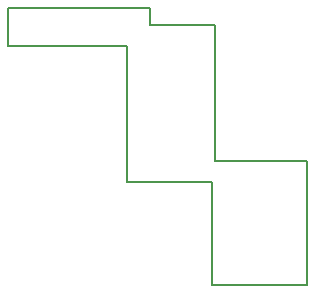
<source format=gbr>
G04 #@! TF.GenerationSoftware,KiCad,Pcbnew,(5.1.0)-1*
G04 #@! TF.CreationDate,2019-09-06T09:54:38-07:00*
G04 #@! TF.ProjectId,Miniscope-v4-FlexPC,4d696e69-7363-46f7-9065-2d76342d466c,rev?*
G04 #@! TF.SameCoordinates,Original*
G04 #@! TF.FileFunction,Profile,NP*
%FSLAX46Y46*%
G04 Gerber Fmt 4.6, Leading zero omitted, Abs format (unit mm)*
G04 Created by KiCad (PCBNEW (5.1.0)-1) date 2019-09-06 09:54:38*
%MOMM*%
%LPD*%
G04 APERTURE LIST*
%ADD10C,0.150000*%
G04 APERTURE END LIST*
D10*
X16750000Y-14750000D02*
X16750000Y-15000000D01*
X28750000Y-14750000D02*
X16750000Y-14750000D01*
X28750000Y-16250000D02*
X28750000Y-14750000D01*
X34250000Y-16250000D02*
X28750000Y-16250000D01*
X34250000Y-27750000D02*
X34250000Y-16250000D01*
X42000000Y-27750000D02*
X34250000Y-27750000D01*
X42000000Y-38250000D02*
X42000000Y-27750000D01*
X34000000Y-38250000D02*
X42000000Y-38250000D01*
X34000000Y-29500000D02*
X34000000Y-38250000D01*
X26750000Y-29500000D02*
X34000000Y-29500000D01*
X26750000Y-18000000D02*
X26750000Y-29500000D01*
X16750000Y-18000000D02*
X26750000Y-18000000D01*
X16750000Y-15000000D02*
X16750000Y-18000000D01*
M02*

</source>
